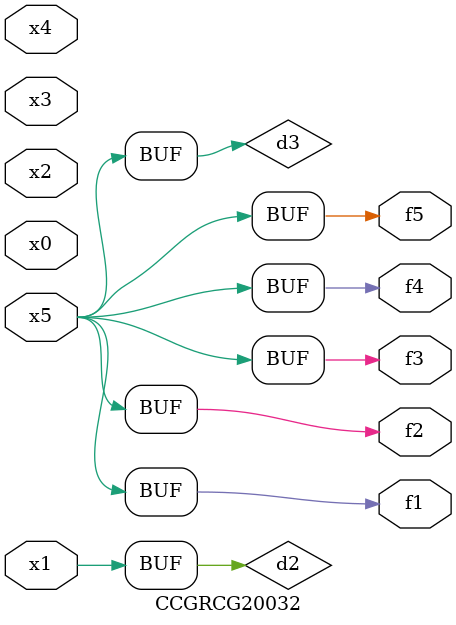
<source format=v>
module CCGRCG20032(
	input x0, x1, x2, x3, x4, x5,
	output f1, f2, f3, f4, f5
);

	wire d1, d2, d3;

	not (d1, x5);
	or (d2, x1);
	xnor (d3, d1);
	assign f1 = d3;
	assign f2 = d3;
	assign f3 = d3;
	assign f4 = d3;
	assign f5 = d3;
endmodule

</source>
